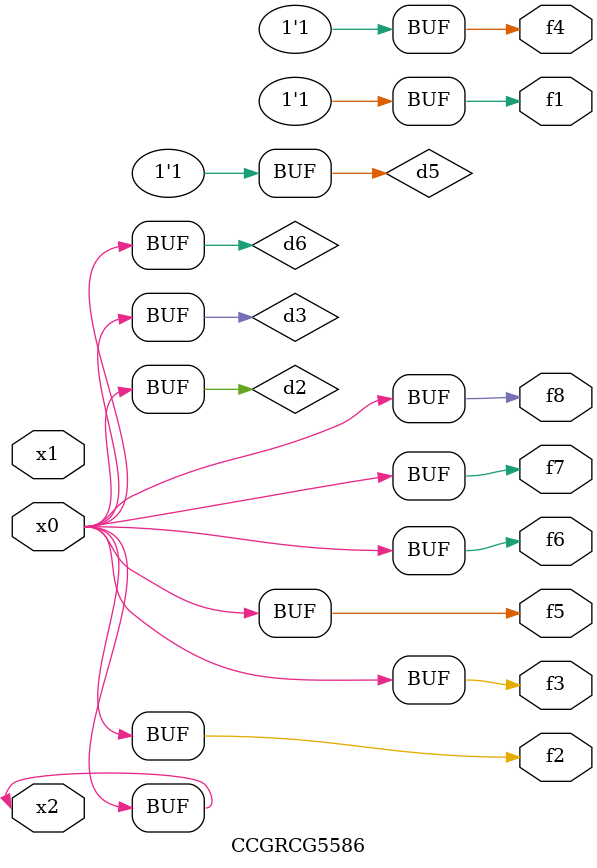
<source format=v>
module CCGRCG5586(
	input x0, x1, x2,
	output f1, f2, f3, f4, f5, f6, f7, f8
);

	wire d1, d2, d3, d4, d5, d6;

	xnor (d1, x2);
	buf (d2, x0, x2);
	and (d3, x0);
	xnor (d4, x1, x2);
	nand (d5, d1, d3);
	buf (d6, d2, d3);
	assign f1 = d5;
	assign f2 = d6;
	assign f3 = d6;
	assign f4 = d5;
	assign f5 = d6;
	assign f6 = d6;
	assign f7 = d6;
	assign f8 = d6;
endmodule

</source>
